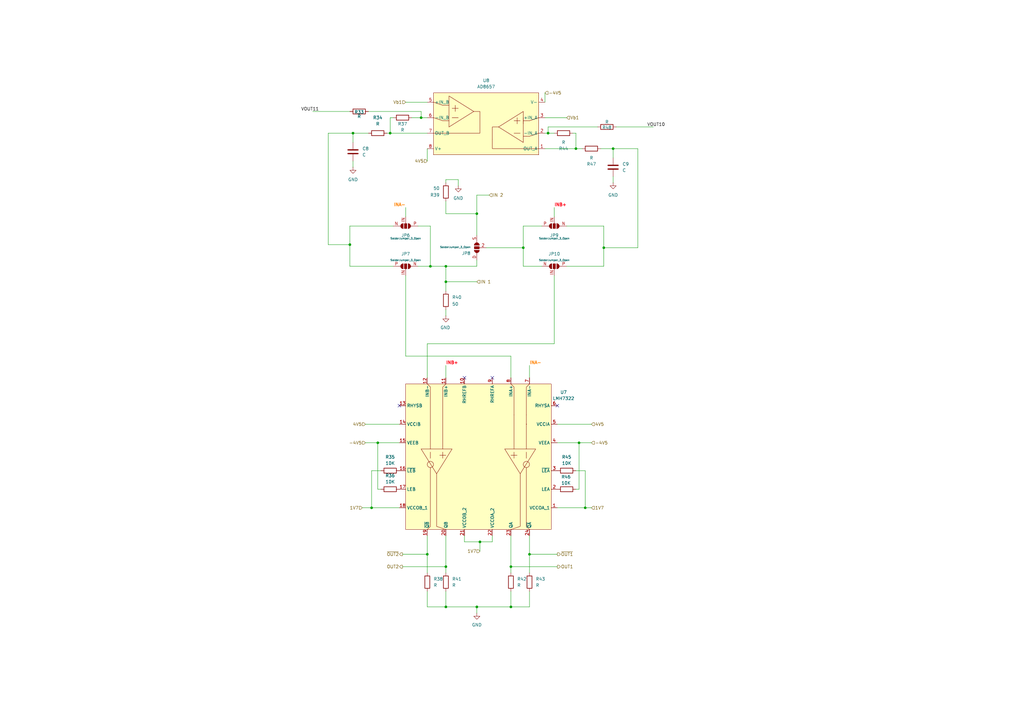
<source format=kicad_sch>
(kicad_sch (version 20231120) (generator "eeschema") (generator_version "8.0")
  (paper "A3")
  (lib_symbols
    (symbol "Device:C" (pin_numbers hide) (pin_names (offset 0.254))
      (property "Reference" "C" (at 0.635 2.54 0))
      (property "Value" "C" (at 0.635 -2.54 0))
      (symbol "C_0_1"
        (polyline (pts (xy -2.032 -0.762) (xy 2.032 -0.762)) (stroke (width 0.508)))
        (polyline (pts (xy -2.032 0.762) (xy 2.032 0.762)) (stroke (width 0.508)))
      )
      (symbol "C_1_1"
        (pin passive line (at 0 3.81 270) (length 2.794) (name "~") (number "1"))
        (pin passive line (at 0 -3.81 90) (length 2.794) (name "~") (number "2"))
      )
    )
    (symbol "Device:R" (pin_numbers hide) (pin_names (offset 0))
      (property "Reference" "R" (at 2.032 0 90))
      (property "Value" "R" (at 0 0 90))
      (symbol "R_0_1"
        (rectangle (start -1.016 -2.54) (end 1.016 2.54) (stroke (width 0.254)))
      )
      (symbol "R_1_1"
        (pin passive line (at 0 3.81 270) (length 1.27) (name "~") (number "1"))
        (pin passive line (at 0 -3.81 90) (length 1.27) (name "~") (number "2"))
      )
    )
    (symbol "Jumper:SolderJumper_3_Open" (pin_names (offset 0) hide) (exclude_from_sim yes) (in_bom no)
      (property "Reference" "JP5" (at -2.286 2.54 90))
      (property "Value" "SolderJumper_3_Open" (at 0.254 2.54 90))
      (symbol "SolderJumper_3_Open_0_1"
        (arc (start -1.016 1.016) (mid -2.0276 0) (end -1.016 -1.016))
        (arc (start -1.016 1.016) (mid -2.0276 0) (end -1.016 -1.016) (fill (type outline)))
        (rectangle (start -0.508 1.016) (end 0.508 -1.016) (fill (type outline)))
        (polyline (pts (xy -2.54 0) (xy -2.032 0)))
        (polyline (pts (xy -1.016 1.016) (xy -1.016 -1.016)))
        (polyline (pts (xy 0 -1.27) (xy 0 -1.016)))
        (polyline (pts (xy 1.016 1.016) (xy 1.016 -1.016)))
        (polyline (pts (xy 2.54 0) (xy 2.032 0)))
        (arc (start 1.016 -1.016) (mid 2.0276 0) (end 1.016 1.016))
        (arc (start 1.016 -1.016) (mid 2.0276 0) (end 1.016 1.016) (fill (type outline)))
      )
      (symbol "SolderJumper_3_Open_1_1"
        (pin passive line (at 0 -3.81 90) (length 2.54) (name "IN") (number "2"))
        (pin passive line (at -5.08 0 0) (length 2.54) (name "A") (number "D"))
        (pin passive line (at 5.08 0 180) (length 2.54) (name "B") (number "S"))
      )
    )
    (symbol "SolderJumper_3_Open_1" (pin_names (offset 0) hide) (exclude_from_sim yes) (in_bom no)
      (property "Reference" "JP3" (at 0 6.35 0))
      (property "Value" "SolderJumper_3_Open" (at 0 3.81 0))
      (symbol "SolderJumper_3_Open_1_0_1"
        (arc (start -1.016 1.016) (mid -2.0276 0) (end -1.016 -1.016))
        (arc (start -1.016 1.016) (mid -2.0276 0) (end -1.016 -1.016) (fill (type outline)))
        (rectangle (start -0.508 1.016) (end 0.508 -1.016) (fill (type outline)))
        (polyline (pts (xy -2.54 0) (xy -2.032 0)))
        (polyline (pts (xy -1.016 1.016) (xy -1.016 -1.016)))
        (polyline (pts (xy 0 -1.27) (xy 0 -1.016)))
        (polyline (pts (xy 1.016 1.016) (xy 1.016 -1.016)))
        (polyline (pts (xy 2.54 0) (xy 2.032 0)))
        (arc (start 1.016 -1.016) (mid 2.0276 0) (end 1.016 1.016))
        (arc (start 1.016 -1.016) (mid 2.0276 0) (end 1.016 1.016) (fill (type outline)))
      )
      (symbol "SolderJumper_3_Open_1_1_1"
        (pin passive line (at 0 -3.81 90) (length 2.54) (name "C") (number "IN"))
        (pin passive line (at 5.08 0 180) (length 2.54) (name "B") (number "N"))
        (pin passive line (at -5.08 0 0) (length 2.54) (name "A") (number "P"))
      )
    )
    (symbol "SolderJumper_3_Open_2" (pin_names (offset 0) hide) (exclude_from_sim yes) (in_bom no)
      (property "Reference" "JP2" (at 0 6.35 0))
      (property "Value" "SolderJumper_3_Open" (at 0 3.81 0))
      (symbol "SolderJumper_3_Open_2_0_1"
        (arc (start -1.016 1.016) (mid -2.0276 0) (end -1.016 -1.016))
        (arc (start -1.016 1.016) (mid -2.0276 0) (end -1.016 -1.016) (fill (type outline)))
        (rectangle (start -0.508 1.016) (end 0.508 -1.016) (fill (type outline)))
        (polyline (pts (xy -2.54 0) (xy -2.032 0)))
        (polyline (pts (xy -1.016 1.016) (xy -1.016 -1.016)))
        (polyline (pts (xy 0 -1.27) (xy 0 -1.016)))
        (polyline (pts (xy 1.016 1.016) (xy 1.016 -1.016)))
        (polyline (pts (xy 2.54 0) (xy 2.032 0)))
        (arc (start 1.016 -1.016) (mid 2.0276 0) (end 1.016 1.016))
        (arc (start 1.016 -1.016) (mid 2.0276 0) (end 1.016 1.016) (fill (type outline)))
      )
      (symbol "SolderJumper_3_Open_2_1_1"
        (pin passive line (at 0 -3.81 90) (length 2.54) (name "C") (number "IN"))
        (pin passive line (at -5.08 0 0) (length 2.54) (name "A") (number "N"))
        (pin passive line (at 5.08 0 180) (length 2.54) (name "B") (number "P"))
      )
    )
    (symbol "power:GND" (power) (pin_numbers hide) (pin_names (offset 0) hide)
      (property "Value" "GND" (at 0 -3.81 0))
      (symbol "GND_0_1"
        (polyline (pts (xy 0 0) (xy 0 -1.27) (xy 1.27 -1.27) (xy 0 -2.54) (xy -1.27 -1.27) (xy 0 -1.27)))
      )
      (symbol "GND_1_1"
        (pin power_in line (at 0 0 270) (length 0) (name "~") (number "1"))
      )
    )
    (symbol "prova:AD8657"
      (property "Reference" "U" (at 9.906 3.556 0))
      (property "Value" "AD8657" (at 10.16 5.842 0))
      (symbol "AD8657_0_1"
        (polyline (pts (xy 12.7 17.78) (xy 12.7 20.32)))
        (polyline (pts (xy 13.97 19.05) (xy 16.51 19.05)))
        (polyline (pts (xy 13.97 24.13) (xy 16.51 24.13)))
        (polyline (pts (xy 15.24 20.32) (xy 15.24 17.78)))
        (polyline (pts (xy 16.51 19.05) (xy 16.51 19.05)))
        (polyline (pts (xy 36.83 17.78) (xy 36.83 17.78)))
        (polyline (pts (xy 39.37 13.97) (xy 41.91 13.97)))
        (polyline (pts (xy 39.37 17.78) (xy 41.91 17.78)))
        (polyline (pts (xy 40.64 15.24) (xy 40.64 12.7)))
      )
      (symbol "AD8657_1_1"
        (polyline (pts (xy 6.35 17.78) (xy 10.16 19.05)))
        (polyline (pts (xy 10.16 25.4) (xy 6.35 24.13)))
        (polyline (pts (xy 11.43 19.05) (xy 10.16 19.05)))
        (polyline (pts (xy 11.43 19.05) (xy 12.7 19.05)))
        (polyline (pts (xy 11.43 25.4) (xy 10.16 25.4)))
        (polyline (pts (xy 11.43 25.4) (xy 12.7 25.4)))
        (polyline (pts (xy 22.86 21.59) (xy 25.4 21.59) (xy 25.4 26.67)))
        (polyline (pts (xy 25.4 26.67) (xy 25.4 30.48) (xy 6.35 30.48)))
        (polyline (pts (xy 49.53 11.43) (xy 45.72 12.7) (xy 43.18 12.7)))
        (polyline (pts (xy 49.53 17.78) (xy 45.72 19.05) (xy 43.18 19.05)))
        (polyline (pts (xy 12.7 15.24) (xy 12.7 27.94) (xy 22.86 21.59) (xy 12.7 15.24)))
        (polyline (pts (xy 33.02 15.24) (xy 30.48 15.24) (xy 30.48 24.13) (xy 49.53 24.13)))
        (polyline (pts (xy 43.18 21.59) (xy 43.18 8.89) (xy 33.02 15.24) (xy 43.18 21.59)))
        (rectangle (start 6.35 33.02) (end 49.53 7.62) (fill (type background)))
        (pin output line (at 3.81 30.48 0) (length 2.54) (name "OUT_A") (number "1"))
        (pin input line (at 3.81 24.13 0) (length 2.54) (name "-IN_A") (number "2"))
        (pin input line (at 3.81 17.78 0) (length 2.54) (name "+IN_A") (number "3"))
        (pin input line (at 3.81 11.43 0) (length 2.54) (name "V-") (number "4"))
        (pin input line (at 52.07 11.43 180) (length 2.54) (name "+IN_B") (number "5"))
        (pin input line (at 52.07 17.78 180) (length 2.54) (name "-IN_B") (number "6"))
        (pin input line (at 52.07 24.13 180) (length 2.54) (name "OUT_B") (number "7"))
        (pin input line (at 52.07 30.48 180) (length 2.54) (name "V+") (number "8"))
      )
    )
    (symbol "prova:LMH7322"
      (property "Reference" "U" (at 11.684 8.89 0))
      (property "Value" "LMH7322" (at 20.32 16.51 0))
      (symbol "LMH7322_0_1"
        (circle (center -8.89 -5.08) (radius 0.0001))
        (circle (center -8.89 11.43) (radius 1.27))
        (polyline (pts (xy -8.89 -8.89) (xy -8.89 5.08)))
        (polyline (pts (xy -8.89 8.89) (xy -8.89 6.35)))
        (polyline (pts (xy -3.81 -8.89) (xy -3.81 5.08)))
        (polyline (pts (xy -3.81 8.89) (xy -3.81 6.35)))
        (polyline (pts (xy -2.54 7.62) (xy -5.08 7.62)))
        (polyline (pts (xy 25.4 8.89) (xy 25.4 6.35)))
        (polyline (pts (xy 26.67 7.62) (xy 24.13 7.62)))
        (polyline (pts (xy 30.48 -2.54) (xy 30.48 -2.54)))
        (polyline (pts (xy 30.48 8.89) (xy 30.48 6.35)))
        (polyline (pts (xy -8.89 -8.89) (xy -8.89 -20.32) (xy -10.16 -21.59)))
        (polyline (pts (xy -8.89 12.7) (xy -8.89 36.83) (xy -10.16 38.1)))
        (polyline (pts (xy -6.35 15.24) (xy -6.35 36.83) (xy -2.54 38.1)))
        (polyline (pts (xy -3.81 -8.89) (xy -3.81 -20.32) (xy -2.54 -21.59)))
        (polyline (pts (xy 27.94 15.24) (xy 27.94 36.83) (xy 24.13 38.1)))
        (polyline (pts (xy 30.48 12.7) (xy 30.48 36.83) (xy 31.75 38.1)))
        (circle (center 30.48 11.43) (radius 1.27))
      )
      (symbol "LMH7322_1_1"
        (rectangle (start -19.05 38.1) (end 40.64 -21.59) (fill (type background)))
        (polyline (pts (xy 0 5.08) (xy -12.7 5.08) (xy -6.35 15.24) (xy 0 5.08)))
        (polyline (pts (xy 24.13 -21.59) (xy 25.4 -20.32) (xy 25.4 -16.51) (xy 25.4 5.08)) (fill (type background)))
        (polyline (pts (xy 30.48 5.08) (xy 30.48 -16.51) (xy 30.48 -20.32) (xy 31.75 -21.59)) (fill (type background)))
        (polyline (pts (xy 34.29 5.08) (xy 21.59 5.08) (xy 27.94 15.24) (xy 34.29 5.08)) (fill (type background)))
        (pin input line (at -21.59 29.21 0) (length 2.54) (name "VCCOA_1") (number "1"))
        (pin input line (at 16.51 -24.13 90) (length 2.54) (name "RHREFB") (number "10"))
        (pin input line (at 24.13 -24.13 90) (length 2.54) (name "INB+") (number "11"))
        (pin input line (at 31.75 -24.13 90) (length 2.54) (name "INB-") (number "12"))
        (pin input line (at 43.18 -12.7 180) (length 2.54) (name "RHYSB") (number "13"))
        (pin input line (at 43.18 -5.08 180) (length 2.54) (name "VCCIB") (number "14"))
        (pin input line (at 43.18 2.54 180) (length 2.54) (name "VEEB") (number "15"))
        (pin input line (at 43.18 13.97 180) (length 2.54) (name "~{LEB}") (number "16"))
        (pin input line (at 43.18 21.59 180) (length 2.54) (name "LEB") (number "17"))
        (pin input line (at 43.18 29.21 180) (length 2.54) (name "VCCOB_1") (number "18"))
        (pin output line (at 31.75 40.64 270) (length 2.54) (name "~{QB}") (number "19"))
        (pin input line (at -21.59 21.59 0) (length 2.54) (name "LEA") (number "2"))
        (pin output line (at 24.13 40.64 270) (length 2.54) (name "QB") (number "20"))
        (pin input line (at 16.51 40.64 270) (length 2.54) (name "VCCOB_2") (number "21"))
        (pin input line (at 5.08 40.64 270) (length 2.54) (name "VCCOA_2") (number "22"))
        (pin output line (at -2.54 40.64 270) (length 2.54) (name "QA") (number "23"))
        (pin output line (at -10.16 40.64 270) (length 2.54) (name "~{QA}") (number "24"))
        (pin input line (at -21.59 13.97 0) (length 2.54) (name "~{LEA}") (number "3"))
        (pin input line (at -21.59 2.54 0) (length 2.54) (name "VEEA") (number "4"))
        (pin input line (at -21.59 -5.08 0) (length 2.54) (name "VCCIA") (number "5"))
        (pin input line (at -21.59 -12.7 0) (length 2.54) (name "RHYSA") (number "6"))
        (pin input line (at -10.16 -24.13 90) (length 2.54) (name "INA-") (number "7"))
        (pin input line (at -2.54 -24.13 90) (length 2.54) (name "INA+") (number "8"))
        (pin input line (at 5.08 -24.13 90) (length 2.54) (name "RHREFA") (number "9"))
      )
    )
  )
  (junction (at 182.88 232.41))
  (junction (at 160.02 54.61))
  (junction (at 195.58 248.92))
  (junction (at 152.4 208.28))
  (junction (at 196.85 222.25))
  (junction (at 182.88 248.92))
  (junction (at 182.88 109.22))
  (junction (at 251.46 60.96))
  (junction (at 143.51 100.33))
  (junction (at 217.17 227.33))
  (junction (at 175.26 227.33))
  (junction (at 209.55 248.92))
  (junction (at 154.94 181.61))
  (junction (at 144.78 54.61))
  (junction (at 224.79 54.61))
  (junction (at 236.22 60.96))
  (junction (at 214.63 101.6))
  (junction (at 182.88 115.57))
  (junction (at 247.65 101.6))
  (junction (at 209.55 232.41))
  (junction (at 237.49 181.61))
  (junction (at 195.58 87.63))
  (junction (at 176.53 109.22))
  (junction (at 240.03 208.28))
  (junction (at 172.72 48.26))
  (no_connect (at 228.6 166.37))
  (no_connect (at 201.93 154.94))
  (no_connect (at 163.83 166.37))
  (no_connect (at 190.5 154.94))
  (wire (pts (xy 156.21 193.04) (xy 152.4 193.04)))
  (wire (pts (xy 143.51 100.33) (xy 143.51 109.22)))
  (wire (pts (xy 175.26 140.97) (xy 227.33 140.97)))
  (wire (pts (xy 214.63 92.71) (xy 214.63 101.6)))
  (wire (pts (xy 182.88 109.22) (xy 176.53 109.22)))
  (wire (pts (xy 209.55 232.41) (xy 209.55 234.95)))
  (wire (pts (xy 195.58 109.22) (xy 182.88 109.22)))
  (wire (pts (xy 182.88 127) (xy 182.88 129.54)))
  (wire (pts (xy 247.65 101.6) (xy 247.65 109.22)))
  (wire (pts (xy 182.88 115.57) (xy 195.58 115.57)))
  (wire (pts (xy 165.1 227.33) (xy 175.26 227.33)))
  (wire (pts (xy 228.6 208.28) (xy 240.03 208.28)))
  (wire (pts (xy 209.55 232.41) (xy 228.6 232.41)))
  (wire (pts (xy 232.41 109.22) (xy 247.65 109.22)))
  (wire (pts (xy 158.75 54.61) (xy 160.02 54.61)))
  (wire (pts (xy 201.93 222.25) (xy 201.93 219.71)))
  (wire (pts (xy 182.88 119.38) (xy 182.88 115.57)))
  (wire (pts (xy 165.1 232.41) (xy 182.88 232.41)))
  (wire (pts (xy 175.26 248.92) (xy 182.88 248.92)))
  (wire (pts (xy 190.5 222.25) (xy 190.5 219.71)))
  (wire (pts (xy 152.4 208.28) (xy 163.83 208.28)))
  (wire (pts (xy 214.63 101.6) (xy 214.63 109.22)))
  (wire (pts (xy 148.59 208.28) (xy 152.4 208.28)))
  (wire (pts (xy 182.88 73.66) (xy 187.96 73.66)))
  (wire (pts (xy 182.88 232.41) (xy 182.88 234.95)))
  (wire (pts (xy 217.17 219.71) (xy 217.17 227.33)))
  (wire (pts (xy 236.22 54.61) (xy 236.22 60.96)))
  (wire (pts (xy 209.55 219.71) (xy 209.55 232.41)))
  (wire (pts (xy 237.49 200.66) (xy 237.49 181.61)))
  (wire (pts (xy 199.39 101.6) (xy 214.63 101.6)))
  (wire (pts (xy 240.03 208.28) (xy 242.57 208.28)))
  (wire (pts (xy 201.93 222.25) (xy 196.85 222.25)))
  (wire (pts (xy 237.49 181.61) (xy 242.57 181.61)))
  (wire (pts (xy 175.26 227.33) (xy 175.26 234.95)))
  (wire (pts (xy 175.26 242.57) (xy 175.26 248.92)))
  (wire (pts (xy 195.58 80.01) (xy 195.58 87.63)))
  (wire (pts (xy 209.55 146.05) (xy 209.55 154.94)))
  (wire (pts (xy 251.46 64.77) (xy 251.46 60.96)))
  (wire (pts (xy 223.52 60.96) (xy 236.22 60.96)))
  (wire (pts (xy 134.62 100.33) (xy 134.62 54.61)))
  (wire (pts (xy 228.6 173.99) (xy 242.57 173.99)))
  (wire (pts (xy 182.88 82.55) (xy 182.88 87.63)))
  (wire (pts (xy 144.78 58.42) (xy 144.78 54.61)))
  (wire (pts (xy 224.79 54.61) (xy 227.33 54.61)))
  (wire (pts (xy 195.58 248.92) (xy 195.58 251.46)))
  (wire (pts (xy 209.55 146.05) (xy 166.37 146.05)))
  (wire (pts (xy 134.62 54.61) (xy 144.78 54.61)))
  (wire (pts (xy 214.63 109.22) (xy 222.25 109.22)))
  (wire (pts (xy 224.79 52.07) (xy 245.11 52.07)))
  (wire (pts (xy 128.27 45.72) (xy 143.51 45.72)))
  (wire (pts (xy 160.02 54.61) (xy 160.02 48.26)))
  (wire (pts (xy 156.21 200.66) (xy 154.94 200.66)))
  (wire (pts (xy 176.53 109.22) (xy 171.45 109.22)))
  (wire (pts (xy 240.03 193.04) (xy 236.22 193.04)))
  (wire (pts (xy 246.38 60.96) (xy 251.46 60.96)))
  (wire (pts (xy 224.79 54.61) (xy 223.52 54.61)))
  (wire (pts (xy 267.97 52.07) (xy 252.73 52.07)))
  (wire (pts (xy 217.17 227.33) (xy 217.17 234.95)))
  (wire (pts (xy 247.65 92.71) (xy 247.65 101.6)))
  (wire (pts (xy 217.17 149.86) (xy 217.17 154.94)))
  (wire (pts (xy 261.62 60.96) (xy 251.46 60.96)))
  (wire (pts (xy 195.58 106.68) (xy 195.58 109.22)))
  (wire (pts (xy 247.65 101.6) (xy 261.62 101.6)))
  (wire (pts (xy 222.25 92.71) (xy 214.63 92.71)))
  (wire (pts (xy 166.37 85.09) (xy 166.37 88.9)))
  (wire (pts (xy 171.45 92.71) (xy 176.53 92.71)))
  (wire (pts (xy 228.6 181.61) (xy 237.49 181.61)))
  (wire (pts (xy 195.58 87.63) (xy 195.58 96.52)))
  (wire (pts (xy 143.51 100.33) (xy 134.62 100.33)))
  (wire (pts (xy 182.88 219.71) (xy 182.88 232.41)))
  (wire (pts (xy 166.37 41.91) (xy 175.26 41.91)))
  (wire (pts (xy 240.03 193.04) (xy 240.03 208.28)))
  (wire (pts (xy 196.85 222.25) (xy 196.85 226.06)))
  (wire (pts (xy 182.88 242.57) (xy 182.88 248.92)))
  (wire (pts (xy 224.79 54.61) (xy 224.79 52.07)))
  (wire (pts (xy 152.4 193.04) (xy 152.4 208.28)))
  (wire (pts (xy 236.22 60.96) (xy 238.76 60.96)))
  (wire (pts (xy 196.85 222.25) (xy 190.5 222.25)))
  (wire (pts (xy 182.88 87.63) (xy 195.58 87.63)))
  (wire (pts (xy 172.72 48.26) (xy 172.72 45.72)))
  (wire (pts (xy 227.33 85.09) (xy 227.33 88.9)))
  (wire (pts (xy 195.58 80.01) (xy 200.66 80.01)))
  (wire (pts (xy 144.78 66.04) (xy 144.78 68.58)))
  (wire (pts (xy 176.53 92.71) (xy 176.53 109.22)))
  (wire (pts (xy 182.88 73.66) (xy 182.88 74.93)))
  (wire (pts (xy 261.62 101.6) (xy 261.62 60.96)))
  (wire (pts (xy 236.22 200.66) (xy 237.49 200.66)))
  (wire (pts (xy 175.26 60.96) (xy 175.26 66.04)))
  (wire (pts (xy 217.17 227.33) (xy 228.6 227.33)))
  (wire (pts (xy 223.52 38.1) (xy 223.52 41.91)))
  (wire (pts (xy 234.95 54.61) (xy 236.22 54.61)))
  (wire (pts (xy 209.55 248.92) (xy 217.17 248.92)))
  (wire (pts (xy 143.51 92.71) (xy 143.51 100.33)))
  (wire (pts (xy 166.37 146.05) (xy 166.37 113.03)))
  (wire (pts (xy 143.51 109.22) (xy 161.29 109.22)))
  (wire (pts (xy 187.96 73.66) (xy 187.96 76.2)))
  (wire (pts (xy 217.17 242.57) (xy 217.17 248.92)))
  (wire (pts (xy 168.91 48.26) (xy 172.72 48.26)))
  (wire (pts (xy 143.51 92.71) (xy 161.29 92.71)))
  (wire (pts (xy 163.83 181.61) (xy 154.94 181.61)))
  (wire (pts (xy 195.58 248.92) (xy 209.55 248.92)))
  (wire (pts (xy 175.26 140.97) (xy 175.26 154.94)))
  (wire (pts (xy 149.86 173.99) (xy 163.83 173.99)))
  (wire (pts (xy 182.88 248.92) (xy 195.58 248.92)))
  (wire (pts (xy 160.02 54.61) (xy 175.26 54.61)))
  (wire (pts (xy 227.33 140.97) (xy 227.33 113.03)))
  (wire (pts (xy 151.13 45.72) (xy 172.72 45.72)))
  (wire (pts (xy 209.55 242.57) (xy 209.55 248.92)))
  (wire (pts (xy 175.26 219.71) (xy 175.26 227.33)))
  (wire (pts (xy 144.78 54.61) (xy 151.13 54.61)))
  (wire (pts (xy 154.94 200.66) (xy 154.94 181.61)))
  (wire (pts (xy 251.46 72.39) (xy 251.46 74.93)))
  (wire (pts (xy 223.52 48.26) (xy 232.41 48.26)))
  (wire (pts (xy 232.41 92.71) (xy 247.65 92.71)))
  (wire (pts (xy 172.72 48.26) (xy 175.26 48.26)))
  (wire (pts (xy 182.88 149.86) (xy 182.88 154.94)))
  (wire (pts (xy 182.88 109.22) (xy 182.88 115.57)))
  (wire (pts (xy 160.02 48.26) (xy 161.29 48.26)))
  (wire (pts (xy 149.86 181.61) (xy 154.94 181.61)))
  (label "INB+" (at 182.88 149.86 0) (effects (font (thickness 0.254) (bold yes))))
  (label "VOUT10" (at 265.43 52.07 0))
  (label "VOUT11" (at 130.81 45.72 180))
  (label "INA-" (at 217.17 149.86 0) (effects (font (thickness 0.254) (bold yes))))
  (label "INA-" (at 166.37 85.09 180) (effects (font (thickness 0.254) (bold yes))))
  (label "INB+" (at 227.33 85.09 0) (effects (font (thickness 0.254) (bold yes))))
  (hierarchical_label "1V7" (shape input) (at 242.57 208.28 0))
  (hierarchical_label "4V5" (shape input) (at 242.57 173.99 0))
  (hierarchical_label "IN 2" (shape input) (at 200.66 80.01 0))
  (hierarchical_label "OUT2" (shape output) (at 165.1 232.41 180))
  (hierarchical_label "4V5" (shape input) (at 175.26 66.04 180))
  (hierarchical_label "1V7" (shape input) (at 148.59 208.28 180))
  (hierarchical_label "Vb1" (shape input) (at 232.41 48.26 0))
  (hierarchical_label "~{OUT1}" (shape output) (at 228.6 227.33 0))
  (hierarchical_label "4V5" (shape input) (at 149.86 173.99 180))
  (hierarchical_label "~{OUT2}" (shape output) (at 165.1 227.33 180))
  (hierarchical_label "IN 1" (shape input) (at 195.58 115.57 0))
  (hierarchical_label "-4V5" (shape input) (at 149.86 181.61 180))
  (hierarchical_label "1V7" (shape input) (at 196.85 226.06 180))
  (hierarchical_label "-4V5" (shape input) (at 242.57 181.61 0))
  (hierarchical_label "Vb1" (shape input) (at 166.37 41.91 180))
  (hierarchical_label "OUT1" (shape output) (at 228.6 232.41 0))
  (hierarchical_label "-4V5" (shape input) (at 223.52 38.1 0))
  (symbol (lib_id "Device:R") (at 154.94 54.61 90) (unit 1)
    (property "Reference" "R34" (at 154.94 48.26 90))
    (property "Value" "R" (at 154.94 50.8 90))
    (property "Description" "Resistor" (effects (hide yes)))
    (instances (project "Schematico Basso Livello Tesi" (path "" (reference "R34") (unit 1)) (path "" (reference "R2") (unit 1)) (path "" (reference "R114") (unit 1)) (path "" (reference "R82") (unit 1)) (path "" (reference "R50") (unit 1)) (path "" (reference "R66") (unit 1)) (path "" (reference "R130") (unit 1)) (path "" (reference "R98") (unit 1))))
  )
  (symbol (lib_id "Device:R") (at 242.57 60.96 270) (unit 1)
    (property "Reference" "R47" (at 242.57 67.31 90))
    (property "Value" "R" (at 242.57 64.77 90))
    (property "Description" "Resistor" (effects (hide yes)))
    (instances (project "Schematico Basso Livello Tesi" (path "" (reference "R47") (unit 1)) (path "" (reference "R31") (unit 1)) (path "" (reference "R127") (unit 1)) (path "" (reference "R95") (unit 1)) (path "" (reference "R63") (unit 1)) (path "" (reference "R79") (unit 1)) (path "" (reference "R143") (unit 1)) (path "" (reference "R111") (unit 1))))
  )
  (symbol (lib_id "power:GND") (at 144.78 68.58 0) (unit 1)
    (property "Reference" "#PWR015" (effects (hide yes)))
    (property "Value" "GND" (at 144.78 73.66 0))
    (property "Description" "Power symbol creates a global label with name \"GND\" , ground" (effects (hide yes)))
    (instances (project "Schematico Basso Livello Tesi" (path "" (reference "#PWR015") (unit 1)) (path "" (reference "#PWR01") (unit 1)) (path "" (reference "#PWR046") (unit 1)) (path "" (reference "#PWR036") (unit 1)) (path "" (reference "#PWR020") (unit 1)) (path "" (reference "#PWR031") (unit 1)) (path "" (reference "#PWR051") (unit 1)) (path "" (reference "#PWR041") (unit 1))))
  )
  (symbol (lib_id "Device:R") (at 182.88 123.19 180) (unit 1)
    (property "Reference" "R40" (at 185.42 121.9199 0) (effects (justify right)))
    (property "Value" "50" (at 185.42 124.714 0) (effects (justify right)))
    (property "Description" "Resistor" (effects (hide yes)))
    (instances (project "Schematico Basso Livello Tesi" (path "" (reference "R40") (unit 1)) (path "" (reference "R19") (unit 1)) (path "" (reference "R120") (unit 1)) (path "" (reference "R88") (unit 1)) (path "" (reference "R56") (unit 1)) (path "" (reference "R72") (unit 1)) (path "" (reference "R136") (unit 1)) (path "" (reference "R104") (unit 1))))
  )
  (symbol (lib_id "power:GND") (at 182.88 129.54 0) (unit 1)
    (property "Reference" "#PWR016" (effects (hide yes)))
    (property "Value" "GND" (at 182.626 134.366 0))
    (property "Description" "Power symbol creates a global label with name \"GND\" , ground" (effects (hide yes)))
    (instances (project "Schematico Basso Livello Tesi" (path "" (reference "#PWR016") (unit 1)) (path "" (reference "#PWR02") (unit 1)) (path "" (reference "#PWR047") (unit 1)) (path "" (reference "#PWR037") (unit 1)) (path "" (reference "#PWR027") (unit 1)) (path "" (reference "#PWR032") (unit 1)) (path "" (reference "#PWR052") (unit 1)) (path "" (reference "#PWR042") (unit 1))))
  )
  (symbol (lib_id "power:GND") (at 251.46 74.93 0) (unit 1)
    (property "Reference" "#PWR019" (effects (hide yes)))
    (property "Value" "GND" (at 251.46 80.01 0))
    (property "Description" "Power symbol creates a global label with name \"GND\" , ground" (effects (hide yes)))
    (instances (project "Schematico Basso Livello Tesi" (path "" (reference "#PWR019") (unit 1)) (path "" (reference "#PWR011") (unit 1)) (path "" (reference "#PWR050") (unit 1)) (path "" (reference "#PWR040") (unit 1)) (path "" (reference "#PWR030") (unit 1)) (path "" (reference "#PWR035") (unit 1)) (path "" (reference "#PWR055") (unit 1)) (path "" (reference "#PWR045") (unit 1))))
  )
  (symbol (lib_id "Device:R") (at 231.14 54.61 270) (unit 1)
    (property "Reference" "R44" (at 231.14 60.96 90))
    (property "Value" "R" (at 231.14 58.42 90))
    (property "Description" "Resistor" (effects (hide yes)))
    (instances (project "Schematico Basso Livello Tesi" (path "" (reference "R44") (unit 1)) (path "" (reference "R23") (unit 1)) (path "" (reference "R124") (unit 1)) (path "" (reference "R92") (unit 1)) (path "" (reference "R60") (unit 1)) (path "" (reference "R76") (unit 1)) (path "" (reference "R140") (unit 1)) (path "" (reference "R108") (unit 1))))
  )
  (symbol (lib_id "Device:R") (at 217.17 238.76 0) (unit 1)
    (property "Reference" "R43" (at 219.71 237.4899 0) (effects (justify left)))
    (property "Value" "R" (at 219.71 240.0299 0) (effects (justify left)))
    (property "Description" "Resistor" (effects (hide yes)))
    (instances (project "Schematico Basso Livello Tesi" (path "" (reference "R43") (unit 1)) (path "" (reference "R22") (unit 1)) (path "" (reference "R123") (unit 1)) (path "" (reference "R91") (unit 1)) (path "" (reference "R59") (unit 1)) (path "" (reference "R75") (unit 1)) (path "" (reference "R139") (unit 1)) (path "" (reference "R107") (unit 1))))
  )
  (symbol (lib_id "Device:R") (at 232.41 200.66 90) (unit 1)
    (property "Reference" "R46" (at 232.156 195.58 90))
    (property "Value" "10K" (at 232.156 198.12 90))
    (property "Description" "Resistor" (effects (hide yes)))
    (instances (project "Schematico Basso Livello Tesi" (path "" (reference "R46") (unit 1)) (path "" (reference "R30") (unit 1)) (path "" (reference "R126") (unit 1)) (path "" (reference "R94") (unit 1)) (path "" (reference "R62") (unit 1)) (path "" (reference "R78") (unit 1)) (path "" (reference "R142") (unit 1)) (path "" (reference "R110") (unit 1))))
  )
  (symbol (lib_id "Device:R") (at 182.88 238.76 0) (unit 1)
    (property "Reference" "R41" (at 185.42 237.4899 0) (effects (justify left)))
    (property "Value" "R" (at 185.42 240.0299 0) (effects (justify left)))
    (property "Description" "Resistor" (effects (hide yes)))
    (instances (project "Schematico Basso Livello Tesi" (path "" (reference "R41") (unit 1)) (path "" (reference "R20") (unit 1)) (path "" (reference "R121") (unit 1)) (path "" (reference "R89") (unit 1)) (path "" (reference "R57") (unit 1)) (path "" (reference "R73") (unit 1)) (path "" (reference "R137") (unit 1)) (path "" (reference "R105") (unit 1))))
  )
  (symbol (lib_id "Device:R") (at 147.32 45.72 270) (unit 1)
    (property "Reference" "R33" (at 147.32 45.974 90))
    (property "Value" "R" (at 147.32 47.752 90))
    (property "Description" "Resistor" (effects (hide yes)))
    (instances (project "Schematico Basso Livello Tesi" (path "" (reference "R33") (unit 1)) (path "" (reference "R1") (unit 1)) (path "" (reference "R113") (unit 1)) (path "" (reference "R81") (unit 1)) (path "" (reference "R49") (unit 1)) (path "" (reference "R65") (unit 1)) (path "" (reference "R129") (unit 1)) (path "" (reference "R97") (unit 1))))
  )
  (symbol (lib_id "Device:R") (at 209.55 238.76 0) (unit 1)
    (property "Reference" "R42" (at 212.09 237.4899 0) (effects (justify left)))
    (property "Value" "R" (at 212.09 240.0299 0) (effects (justify left)))
    (property "Description" "Resistor" (effects (hide yes)))
    (instances (project "Schematico Basso Livello Tesi" (path "" (reference "R42") (unit 1)) (path "" (reference "R21") (unit 1)) (path "" (reference "R122") (unit 1)) (path "" (reference "R90") (unit 1)) (path "" (reference "R58") (unit 1)) (path "" (reference "R74") (unit 1)) (path "" (reference "R138") (unit 1)) (path "" (reference "R106") (unit 1))))
  )
  (symbol (lib_id "power:GND") (at 187.96 76.2 0) (unit 1)
    (property "Reference" "#PWR017" (effects (hide yes)))
    (property "Value" "GND" (at 187.96 81.28 0))
    (property "Description" "Power symbol creates a global label with name \"GND\" , ground" (effects (hide yes)))
    (instances (project "Schematico Basso Livello Tesi" (path "" (reference "#PWR017") (unit 1)) (path "" (reference "#PWR03") (unit 1)) (path "" (reference "#PWR048") (unit 1)) (path "" (reference "#PWR038") (unit 1)) (path "" (reference "#PWR028") (unit 1)) (path "" (reference "#PWR033") (unit 1)) (path "" (reference "#PWR053") (unit 1)) (path "" (reference "#PWR043") (unit 1))))
  )
  (symbol (lib_id "Device:R") (at 160.02 193.04 90) (unit 1)
    (property "Reference" "R35" (at 160.02 187.452 90))
    (property "Value" "10K" (at 160.02 189.992 90))
    (property "Description" "Resistor" (effects (hide yes)))
    (instances (project "Schematico Basso Livello Tesi" (path "" (reference "R35") (unit 1)) (path "" (reference "R3") (unit 1)) (path "" (reference "R115") (unit 1)) (path "" (reference "R83") (unit 1)) (path "" (reference "R51") (unit 1)) (path "" (reference "R67") (unit 1)) (path "" (reference "R131") (unit 1)) (path "" (reference "R99") (unit 1))))
  )
  (symbol (lib_id "Device:R") (at 175.26 238.76 0) (unit 1)
    (property "Reference" "R38" (at 177.8 237.4899 0) (effects (justify left)))
    (property "Value" "R" (at 177.8 240.0299 0) (effects (justify left)))
    (property "Description" "Resistor" (effects (hide yes)))
    (instances (project "Schematico Basso Livello Tesi" (path "" (reference "R38") (unit 1)) (path "" (reference "R7") (unit 1)) (path "" (reference "R118") (unit 1)) (path "" (reference "R86") (unit 1)) (path "" (reference "R54") (unit 1)) (path "" (reference "R70") (unit 1)) (path "" (reference "R134") (unit 1)) (path "" (reference "R102") (unit 1))))
  )
  (symbol (lib_id "Jumper:SolderJumper_3_Open") (at 195.58 101.6 90) (unit 1) (exclude_from_sim yes) (in_bom no)
    (property "Reference" "JP8" (at 193.04 103.886 90) (effects (justify left)))
    (property "Value" "SolderJumper_3_Open" (at 193.04 101.346 90) (effects (font (size 0.762 0.762)) (justify left)))
    (property "Description" "Solder Jumper, 3-pole, open" (effects (hide yes)))
    (instances (project "Schematico Basso Livello Tesi" (path "" (reference "JP8") (unit 1)) (path "" (reference "JP3") (unit 1)) (path "" (reference "JP33") (unit 1)) (path "" (reference "JP23") (unit 1)) (path "" (reference "JP13") (unit 1)) (path "" (reference "JP18") (unit 1)) (path "" (reference "JP38") (unit 1)) (path "" (reference "JP28") (unit 1))))
  )
  (symbol (lib_name "SolderJumper_3_Open_2") (lib_id "Jumper:SolderJumper_3_Open") (at 227.33 109.22 0) (unit 1) (exclude_from_sim yes) (in_bom no)
    (property "Reference" "JP10" (at 227.33 104.14 0))
    (property "Value" "SolderJumper_3_Open" (at 227.33 106.68 0) (effects (font (size 0.762 0.762))))
    (property "Description" "Solder Jumper, 3-pole, open" (effects (hide yes)))
    (instances (project "Schematico Basso Livello Tesi" (path "" (reference "JP10") (unit 1)) (path "" (reference "JP5") (unit 1)) (path "" (reference "JP35") (unit 1)) (path "" (reference "JP25") (unit 1)) (path "" (reference "JP15") (unit 1)) (path "" (reference "JP20") (unit 1)) (path "" (reference "JP40") (unit 1)) (path "" (reference "JP30") (unit 1))))
  )
  (symbol (lib_name "SolderJumper_3_Open_1") (lib_id "Jumper:SolderJumper_3_Open") (at 166.37 109.22 0) (unit 1) (exclude_from_sim yes) (in_bom no)
    (property "Reference" "JP7" (at 166.37 104.14 0))
    (property "Value" "SolderJumper_3_Open" (at 166.37 106.68 0) (effects (font (size 0.762 0.762))))
    (property "Description" "Solder Jumper, 3-pole, open" (effects (hide yes)))
    (instances (project "Schematico Basso Livello Tesi" (path "" (reference "JP7") (unit 1)) (path "" (reference "JP2") (unit 1)) (path "" (reference "JP32") (unit 1)) (path "" (reference "JP22") (unit 1)) (path "" (reference "JP12") (unit 1)) (path "" (reference "JP17") (unit 1)) (path "" (reference "JP37") (unit 1)) (path "" (reference "JP27") (unit 1))))
  )
  (symbol (lib_id "Device:R") (at 182.88 78.74 0) (unit 1)
    (property "Reference" "R39" (at 180.34 80.0101 0) (effects (justify right)))
    (property "Value" "50" (at 180.34 77.216 0) (effects (justify right)))
    (property "Description" "Resistor" (effects (hide yes)))
    (instances (project "Schematico Basso Livello Tesi" (path "" (reference "R39") (unit 1)) (path "" (reference "R18") (unit 1)) (path "" (reference "R119") (unit 1)) (path "" (reference "R87") (unit 1)) (path "" (reference "R55") (unit 1)) (path "" (reference "R71") (unit 1)) (path "" (reference "R135") (unit 1)) (path "" (reference "R103") (unit 1))))
  )
  (symbol (lib_name "SolderJumper_3_Open_2") (lib_id "Jumper:SolderJumper_3_Open") (at 227.33 92.71 180) (unit 1) (exclude_from_sim yes) (in_bom no)
    (property "Reference" "JP9" (at 227.33 96.52 0))
    (property "Value" "SolderJumper_3_Open" (at 227.33 97.79 0) (effects (font (size 0.762 0.762))))
    (property "Description" "Solder Jumper, 3-pole, open" (effects (hide yes)))
    (instances (project "Schematico Basso Livello Tesi" (path "" (reference "JP9") (unit 1)) (path "" (reference "JP4") (unit 1)) (path "" (reference "JP34") (unit 1)) (path "" (reference "JP24") (unit 1)) (path "" (reference "JP14") (unit 1)) (path "" (reference "JP19") (unit 1)) (path "" (reference "JP39") (unit 1)) (path "" (reference "JP29") (unit 1))))
  )
  (symbol (lib_id "Device:C") (at 251.46 68.58 0) (unit 1)
    (property "Reference" "C9" (at 255.27 67.3099 0) (effects (justify left)))
    (property "Value" "C" (at 255.27 69.8499 0) (effects (justify left)))
    (property "Description" "Unpolarized capacitor" (effects (hide yes)))
    (instances (project "Schematico Basso Livello Tesi" (path "" (reference "C9") (unit 1)) (path "" (reference "C3") (unit 1)) (path "" (reference "C19") (unit 1)) (path "" (reference "C15") (unit 1)) (path "" (reference "C11") (unit 1)) (path "" (reference "C13") (unit 1)) (path "" (reference "C21") (unit 1)) (path "" (reference "C17") (unit 1))))
  )
  (symbol (lib_id "Device:R") (at 160.02 200.66 90) (unit 1)
    (property "Reference" "R36" (at 160.02 195.072 90))
    (property "Value" "10K" (at 160.02 197.612 90))
    (property "Description" "Resistor" (effects (hide yes)))
    (instances (project "Schematico Basso Livello Tesi" (path "" (reference "R36") (unit 1)) (path "" (reference "R5") (unit 1)) (path "" (reference "R116") (unit 1)) (path "" (reference "R84") (unit 1)) (path "" (reference "R52") (unit 1)) (path "" (reference "R68") (unit 1)) (path "" (reference "R132") (unit 1)) (path "" (reference "R100") (unit 1))))
  )
  (symbol (lib_id "Device:R") (at 165.1 48.26 90) (unit 1)
    (property "Reference" "R37" (at 165.1 50.8 90))
    (property "Value" "R" (at 165.1 53.34 90))
    (property "Description" "Resistor" (effects (hide yes)))
    (instances (project "Schematico Basso Livello Tesi" (path "" (reference "R37") (unit 1)) (path "" (reference "R6") (unit 1)) (path "" (reference "R117") (unit 1)) (path "" (reference "R85") (unit 1)) (path "" (reference "R53") (unit 1)) (path "" (reference "R69") (unit 1)) (path "" (reference "R133") (unit 1)) (path "" (reference "R101") (unit 1))))
  )
  (symbol (lib_id "Device:R") (at 248.92 52.07 270) (unit 1)
    (property "Reference" "R48" (at 248.92 52.324 90))
    (property "Value" "R" (at 248.92 50.038 90))
    (property "Description" "Resistor" (effects (hide yes)))
    (instances (project "Schematico Basso Livello Tesi" (path "" (reference "R48") (unit 1)) (path "" (reference "R32") (unit 1)) (path "" (reference "R128") (unit 1)) (path "" (reference "R96") (unit 1)) (path "" (reference "R64") (unit 1)) (path "" (reference "R80") (unit 1)) (path "" (reference "R144") (unit 1)) (path "" (reference "R112") (unit 1))))
  )
  (symbol (lib_name "SolderJumper_3_Open_1") (lib_id "Jumper:SolderJumper_3_Open") (at 166.37 92.71 180) (unit 1) (exclude_from_sim yes) (in_bom no)
    (property "Reference" "JP6" (at 166.37 96.52 0))
    (property "Value" "SolderJumper_3_Open" (at 166.37 97.79 0) (effects (font (size 0.762 0.762))))
    (property "Description" "Solder Jumper, 3-pole, open" (effects (hide yes)))
    (instances (project "Schematico Basso Livello Tesi" (path "" (reference "JP6") (unit 1)) (path "" (reference "JP1") (unit 1)) (path "" (reference "JP31") (unit 1)) (path "" (reference "JP21") (unit 1)) (path "" (reference "JP11") (unit 1)) (path "" (reference "JP16") (unit 1)) (path "" (reference "JP36") (unit 1)) (path "" (reference "JP26") (unit 1))))
  )
  (symbol (lib_id "prova:LMH7322") (at 207.01 179.07 180) (unit 1)
    (property "Reference" "U7" (at 231.14 160.8738 0))
    (property "Value" "LMH7322" (at 231.14 163.4138 0))
    (instances (project "Schematico Basso Livello Tesi" (path "" (reference "U7") (unit 1)) (path "" (reference "U3") (unit 1)) (path "" (reference "U17") (unit 1)) (path "" (reference "U13") (unit 1)) (path "" (reference "U9") (unit 1)) (path "" (reference "U11") (unit 1)) (path "" (reference "U19") (unit 1)) (path "" (reference "U15") (unit 1))))
  )
  (symbol (lib_id "prova:AD8657") (at 227.33 30.48 180) (unit 1)
    (property "Reference" "U8" (at 199.39 33.02 0))
    (property "Value" "AD8657" (at 199.39 35.56 0))
    (property "Footprint" "SamacSys_Parts:SOP65P490X110-8N" (effects (hide yes)))
    (instances (project "Schematico Basso Livello Tesi" (path "" (reference "U8") (unit 1)) (path "" (reference "U4") (unit 1)) (path "" (reference "U18") (unit 1)) (path "" (reference "U14") (unit 1)) (path "" (reference "U10") (unit 1)) (path "" (reference "U12") (unit 1)) (path "" (reference "U20") (unit 1)) (path "" (reference "U16") (unit 1))))
  )
  (symbol (lib_id "power:GND") (at 195.58 251.46 0) (unit 1)
    (property "Reference" "#PWR018" (effects (hide yes)))
    (property "Value" "GND" (at 195.58 256.286 0))
    (property "Description" "Power symbol creates a global label with name \"GND\" , ground" (effects (hide yes)))
    (instances (project "Schematico Basso Livello Tesi" (path "" (reference "#PWR018") (unit 1)) (path "" (reference "#PWR05") (unit 1)) (path "" (reference "#PWR049") (unit 1)) (path "" (reference "#PWR039") (unit 1)) (path "" (reference "#PWR029") (unit 1)) (path "" (reference "#PWR034") (unit 1)) (path "" (reference "#PWR054") (unit 1)) (path "" (reference "#PWR044") (unit 1))))
  )
  (symbol (lib_id "Device:R") (at 232.41 193.04 90) (unit 1)
    (property "Reference" "R45" (at 232.41 187.452 90))
    (property "Value" "10K" (at 232.41 189.992 90))
    (property "Description" "Resistor" (effects (hide yes)))
    (instances (project "Schematico Basso Livello Tesi" (path "" (reference "R45") (unit 1)) (path "" (reference "R29") (unit 1)) (path "" (reference "R125") (unit 1)) (path "" (reference "R93") (unit 1)) (path "" (reference "R61") (unit 1)) (path "" (reference "R77") (unit 1)) (path "" (reference "R141") (unit 1)) (path "" (reference "R109") (unit 1))))
  )
  (symbol (lib_id "Device:C") (at 144.78 62.23 0) (unit 1)
    (property "Reference" "C8" (at 148.59 60.9599 0) (effects (justify left)))
    (property "Value" "C" (at 148.59 63.4999 0) (effects (justify left)))
    (property "Description" "Unpolarized capacitor" (effects (hide yes)))
    (instances (project "Schematico Basso Livello Tesi" (path "" (reference "C8") (unit 1)) (path "" (reference "C1") (unit 1)) (path "" (reference "C18") (unit 1)) (path "" (reference "C14") (unit 1)) (path "" (reference "C10") (unit 1)) (path "" (reference "C12") (unit 1)) (path "" (reference "C20") (unit 1)) (path "" (reference "C16") (unit 1))))
  )
)
</source>
